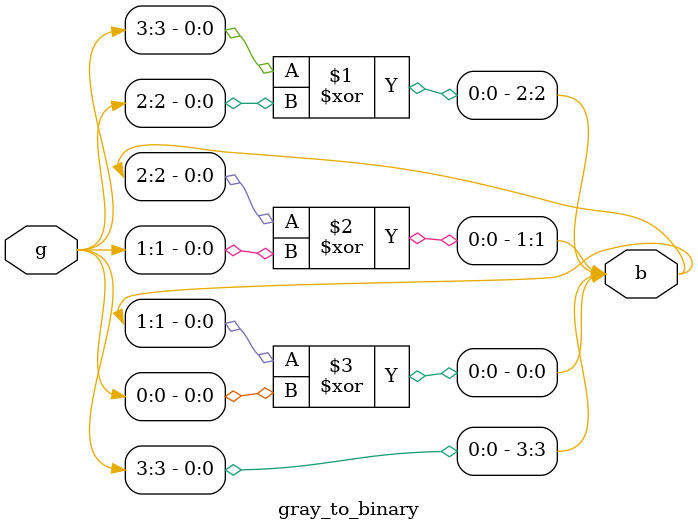
<source format=v>
module gray_to_binary(
  input [3:0]g,
  output reg [3:0]b
);
  assign b[3] = g[3];

  xor x1(b[2],b[3],g[2]);
  xor x2(b[1],b[2],g[1]);
  xor x3(b[0],b[1],g[0]);

endmodule

</source>
